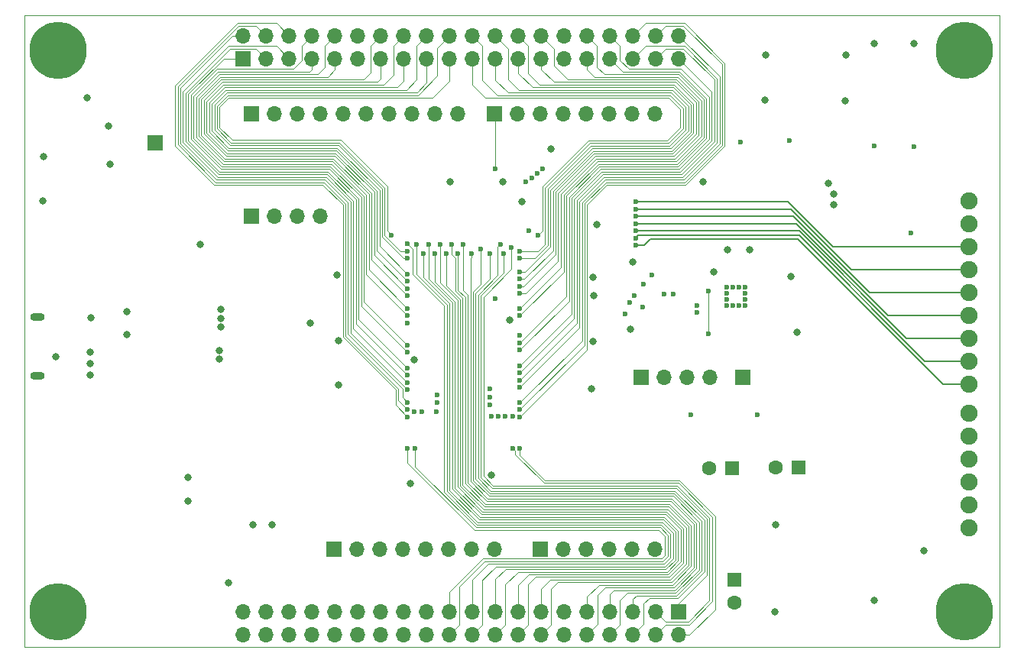
<source format=gbr>
G04 #@! TF.GenerationSoftware,KiCad,Pcbnew,5.1.4-e60b266~84~ubuntu16.04.1*
G04 #@! TF.CreationDate,2019-11-28T11:55:17+01:00*
G04 #@! TF.ProjectId,SRAM_board,5352414d-5f62-46f6-9172-642e6b696361,A*
G04 #@! TF.SameCoordinates,Original*
G04 #@! TF.FileFunction,Copper,L2,Inr*
G04 #@! TF.FilePolarity,Positive*
%FSLAX46Y46*%
G04 Gerber Fmt 4.6, Leading zero omitted, Abs format (unit mm)*
G04 Created by KiCad (PCBNEW 5.1.4-e60b266~84~ubuntu16.04.1) date 2019-11-28 11:55:17*
%MOMM*%
%LPD*%
G04 APERTURE LIST*
%ADD10C,0.050000*%
%ADD11C,6.350000*%
%ADD12R,1.600000X1.600000*%
%ADD13C,1.600000*%
%ADD14R,1.700000X1.700000*%
%ADD15O,1.700000X1.700000*%
%ADD16O,1.600000X0.900000*%
%ADD17C,1.900000*%
%ADD18C,0.600000*%
%ADD19C,0.800000*%
%ADD20C,0.152400*%
%ADD21C,0.088900*%
G04 APERTURE END LIST*
D10*
X104280000Y66110000D02*
X104280000Y66030000D01*
X104280000Y-3885000D02*
X104280000Y-3800000D01*
X-3720000Y-3800000D02*
X-3720000Y-3885000D01*
X-3720000Y66030000D02*
X-3720000Y66110000D01*
X104280000Y-3800000D02*
X104280000Y66030000D01*
X-3720000Y-3885000D02*
X104280000Y-3885000D01*
X-3720000Y66110000D02*
X104280000Y66110000D01*
X-3720000Y-3800000D02*
X-3720000Y66030000D01*
D11*
X100440000Y62230000D03*
X100440000Y0D03*
X0Y62230000D03*
X0Y0D03*
D12*
X74879200Y3530600D03*
D13*
X74879200Y1030600D03*
X79516600Y16017240D03*
D12*
X82016600Y16017240D03*
X74655680Y15930880D03*
D13*
X72155680Y15930880D03*
D14*
X48370000Y55250000D03*
D15*
X50910000Y55250000D03*
X53450000Y55250000D03*
X55990000Y55250000D03*
X58530000Y55250000D03*
X61070000Y55250000D03*
X63610000Y55250000D03*
X66150000Y55250000D03*
D14*
X53450000Y6990000D03*
D15*
X55990000Y6990000D03*
X58530000Y6990000D03*
X61070000Y6990000D03*
X63610000Y6990000D03*
X66150000Y6990000D03*
D14*
X21450000Y55250000D03*
D15*
X23990000Y55250000D03*
X26530000Y55250000D03*
X29070000Y55250000D03*
X31610000Y55250000D03*
X34150000Y55250000D03*
X36690000Y55250000D03*
X39230000Y55250000D03*
X41770000Y55250000D03*
X44310000Y55250000D03*
X48370000Y6990000D03*
X45830000Y6990000D03*
X43290000Y6990000D03*
X40750000Y6990000D03*
X38210000Y6990000D03*
X35670000Y6990000D03*
X33130000Y6990000D03*
D14*
X30590000Y6990000D03*
X10706100Y51981100D03*
X64566800Y26009600D03*
D15*
X67106800Y26009600D03*
X69646800Y26009600D03*
X72186800Y26009600D03*
D14*
X75844400Y26009600D03*
D15*
X68760000Y63880000D03*
X68760000Y61340000D03*
X66220000Y63880000D03*
X66220000Y61340000D03*
X63680000Y63880000D03*
X63680000Y61340000D03*
X61140000Y63880000D03*
X61140000Y61340000D03*
X58600000Y63880000D03*
X58600000Y61340000D03*
X56060000Y63880000D03*
X56060000Y61340000D03*
X53520000Y63880000D03*
X53520000Y61340000D03*
X50980000Y63880000D03*
X50980000Y61340000D03*
X48440000Y63880000D03*
X48440000Y61340000D03*
X45900000Y63880000D03*
X45900000Y61340000D03*
X43360000Y63880000D03*
X43360000Y61340000D03*
X40820000Y63880000D03*
X40820000Y61340000D03*
X38280000Y63880000D03*
X38280000Y61340000D03*
X35740000Y63880000D03*
X35740000Y61340000D03*
X33200000Y63880000D03*
X33200000Y61340000D03*
X30660000Y63880000D03*
X30660000Y61340000D03*
X28120000Y63880000D03*
X28120000Y61340000D03*
X25580000Y63880000D03*
X25580000Y61340000D03*
X23040000Y63880000D03*
X23040000Y61340000D03*
X20500000Y63880000D03*
D14*
X20500000Y61340000D03*
X68760000Y0D03*
D15*
X68760000Y-2540000D03*
X66220000Y0D03*
X66220000Y-2540000D03*
X63680000Y0D03*
X63680000Y-2540000D03*
X61140000Y0D03*
X61140000Y-2540000D03*
X58600000Y0D03*
X58600000Y-2540000D03*
X56060000Y0D03*
X56060000Y-2540000D03*
X53520000Y0D03*
X53520000Y-2540000D03*
X50980000Y0D03*
X50980000Y-2540000D03*
X48440000Y0D03*
X48440000Y-2540000D03*
X45900000Y0D03*
X45900000Y-2540000D03*
X43360000Y0D03*
X43360000Y-2540000D03*
X40820000Y0D03*
X40820000Y-2540000D03*
X38280000Y0D03*
X38280000Y-2540000D03*
X35740000Y0D03*
X35740000Y-2540000D03*
X33200000Y0D03*
X33200000Y-2540000D03*
X30660000Y0D03*
X30660000Y-2540000D03*
X28120000Y0D03*
X28120000Y-2540000D03*
X25580000Y0D03*
X25580000Y-2540000D03*
X23040000Y0D03*
X23040000Y-2540000D03*
X20500000Y0D03*
X20500000Y-2540000D03*
D16*
X-2286000Y32733520D03*
X-2286000Y26133520D03*
D17*
X100939600Y25247600D03*
X100939600Y27787600D03*
X100939600Y30327600D03*
X100939600Y32867600D03*
X100939600Y35407600D03*
X100939600Y37947600D03*
X100939600Y40487600D03*
X100939600Y43027600D03*
X100939600Y45567600D03*
X100939600Y22009100D03*
X100939600Y19469100D03*
X100939600Y16929100D03*
X100939600Y14389100D03*
X100939600Y11849100D03*
X100939600Y9309100D03*
D15*
X29006800Y43853100D03*
X26466800Y43853100D03*
X23926800Y43853100D03*
D14*
X21386800Y43853100D03*
D18*
X76098400Y33985200D03*
X75412600Y33985200D03*
X74752200Y33985200D03*
X74091800Y33985200D03*
X76098400Y34645600D03*
X74091800Y34645600D03*
X74091800Y35306000D03*
X76098400Y35306000D03*
X76098400Y36017200D03*
X75412600Y36017200D03*
X74752200Y36017200D03*
X74091800Y36017200D03*
D19*
X51384200Y45491400D03*
X49225200Y47675800D03*
X43383200Y47675800D03*
X59261150Y37109400D03*
X59309000Y35052000D03*
X59080400Y24765000D03*
X38989000Y14249400D03*
X48006000Y15189200D03*
X30883330Y37388800D03*
X31031959Y30085162D03*
X31038800Y25120600D03*
X59283600Y29946600D03*
X79400400Y0D03*
X79476600Y9702800D03*
X90449400Y1295400D03*
X95935800Y6756400D03*
X7594600Y33248600D03*
X7594600Y30708600D03*
X3657600Y32613600D03*
X3530600Y26263600D03*
X-279400Y28295600D03*
X3530600Y28803600D03*
X3530600Y27533600D03*
X27914600Y31978600D03*
X18008600Y32486600D03*
X18009278Y33497979D03*
X17881600Y28930600D03*
X17881600Y28041600D03*
X15722600Y40741600D03*
D18*
X94462600Y42011600D03*
D19*
X63411100Y31343600D03*
X63665100Y38773100D03*
D18*
X65760600Y37312600D03*
X67094100Y35217100D03*
X68110100Y35217100D03*
X64744600Y33756600D03*
D19*
X-1676400Y45567600D03*
X3213100Y56997600D03*
X5562600Y53822600D03*
D18*
X70104000Y21844000D03*
X77470000Y21844000D03*
D19*
X78333600Y56743600D03*
X78384400Y61772800D03*
X87274400Y61722000D03*
X87223600Y56642000D03*
X90373200Y62992000D03*
X94792800Y62992000D03*
X85293200Y47548800D03*
X71424800Y47650400D03*
X72593200Y37719000D03*
X81864200Y30962600D03*
X81203800Y37160200D03*
X74193400Y40132040D03*
X76606400Y40132040D03*
X18008600Y31597600D03*
X50012600Y32359600D03*
X39408100Y27914600D03*
X23698200Y9652000D03*
X21615400Y9626600D03*
X14401800Y14909800D03*
X14401800Y12319000D03*
X18897600Y3200400D03*
D18*
X81026000Y52222400D03*
X53043507Y48599742D03*
X75590400Y52120800D03*
X53685545Y49077016D03*
X51155600Y30619603D03*
X63982600Y40640582D03*
X63982600Y41440585D03*
X63982600Y42240588D03*
X63982600Y43040591D03*
X63982600Y43840594D03*
X63982600Y44640597D03*
X63982600Y45440600D03*
D19*
X-1651000Y50444400D03*
D18*
X70755685Y33993915D03*
D19*
X54584600Y51333400D03*
X59664600Y42951400D03*
X85902800Y46329600D03*
X5765800Y49606200D03*
D18*
X70765368Y33193971D03*
D19*
X85928200Y45161200D03*
D18*
X94792800Y51562000D03*
X51765200Y47650400D03*
X90373200Y51663600D03*
X52451196Y48061997D03*
X62776100Y33058100D03*
X63347600Y34328100D03*
X63855600Y35026600D03*
X64808100Y36296600D03*
X72034400Y35534600D03*
X72034400Y30835600D03*
X38709600Y21615594D03*
X53187600Y41757600D03*
X36931600Y41757600D03*
X51155600Y21615594D03*
X45821600Y39725600D03*
X46843625Y40227575D03*
X38709600Y29565600D03*
X51155600Y39979600D03*
X38709600Y28765597D03*
X51155600Y39179597D03*
X38709600Y27025600D03*
X51155600Y37693600D03*
X38709600Y26225597D03*
X51155600Y36893597D03*
X38709600Y25425594D03*
X51155600Y36093594D03*
X38709600Y24625591D03*
X51155600Y35293591D03*
X38709600Y23215600D03*
X51155600Y33629600D03*
X38709600Y22415597D03*
X51155600Y32829597D03*
X38709600Y32829597D03*
X51155600Y29819600D03*
X38709600Y33629600D03*
X51155600Y29019597D03*
X38709600Y35039591D03*
X51155600Y27279600D03*
X38709600Y35839594D03*
X51155600Y26479597D03*
X38709600Y36639597D03*
X51155600Y25679594D03*
X38709600Y37439600D03*
X51155600Y24879591D03*
X38709600Y39179597D03*
X51155600Y23215600D03*
X38709600Y39979600D03*
X51155600Y22415597D03*
X50237405Y40435539D03*
X49377600Y39725600D03*
X49001250Y40741600D03*
X47853600Y39725600D03*
X44842050Y40741600D03*
X43027600Y39725600D03*
X44297600Y39725600D03*
X41757600Y39725600D03*
X43572050Y40741600D03*
X42302050Y40741600D03*
X41032050Y40741600D03*
X40487600Y39725600D03*
X39725600Y40741600D03*
X38709600Y40779603D03*
X38709600Y18135600D03*
X39509603Y18135600D03*
X50355597Y18135600D03*
X51155600Y18135600D03*
X52171600Y42265600D03*
X38709600Y32029594D03*
X39479278Y22197424D03*
X40279276Y22199731D03*
X48412400Y49098200D03*
X48412400Y34696400D03*
X41879278Y22199613D03*
X42011600Y23215600D03*
X42011600Y24015603D03*
X47853600Y24739600D03*
X47853600Y23761603D03*
X47853600Y22961600D03*
X47959552Y21691588D03*
X48759553Y21691653D03*
X49559554Y21691264D03*
X50359548Y21694996D03*
D20*
X63982600Y40640582D02*
X64897582Y40640582D01*
X65598601Y41341601D02*
X81924599Y41341601D01*
X64897582Y40640582D02*
X65598601Y41341601D01*
X98018600Y25247600D02*
X100939600Y25247600D01*
X81924599Y41341601D02*
X98018600Y25247600D01*
X82081706Y41740584D02*
X96034690Y27787600D01*
X64282599Y41740584D02*
X82081706Y41740584D01*
X96034690Y27787600D02*
X100939600Y27787600D01*
X63982600Y41440585D02*
X64282599Y41740584D01*
X93993072Y30327600D02*
X100939600Y30327600D01*
X82080085Y42240588D02*
X93993072Y30327600D01*
X63982600Y42240588D02*
X82080085Y42240588D01*
X81778463Y43040591D02*
X91951454Y32867600D01*
X91951454Y32867600D02*
X100939600Y32867600D01*
X63982600Y43040591D02*
X81778463Y43040591D01*
X89909836Y35407600D02*
X100939600Y35407600D01*
X81476842Y43840594D02*
X89909836Y35407600D01*
X63982600Y43840594D02*
X81476842Y43840594D01*
X87868218Y37947600D02*
X100939600Y37947600D01*
X81175221Y44640597D02*
X87868218Y37947600D01*
X63982600Y44640597D02*
X81175221Y44640597D01*
X63982600Y45440600D02*
X80873600Y45440600D01*
X85826600Y40487600D02*
X100939600Y40487600D01*
X80873600Y45440600D02*
X85826600Y40487600D01*
D21*
X70789800Y34028030D02*
X70755685Y33993915D01*
X72034400Y35534600D02*
X72034400Y30835600D01*
X31527780Y45129420D02*
X29311600Y47345600D01*
X31527780Y30496840D02*
X31527780Y45129420D01*
X37404690Y24619930D02*
X31527780Y30496840D01*
X38709600Y21615594D02*
X37404690Y22920504D01*
X37404690Y22920504D02*
X37404690Y24619930D01*
X29311600Y47345600D02*
X19659600Y47345600D01*
X17285734Y47345606D02*
X12950870Y51680470D01*
X19659600Y47345600D02*
X17285734Y47345606D01*
X12950870Y51680470D02*
X12950870Y55981600D01*
X17285740Y47345600D02*
X12950870Y51680470D01*
X29311600Y47345600D02*
X17285740Y47345600D01*
X19854993Y65263361D02*
X23585839Y65263361D01*
X12950871Y58359239D02*
X19854993Y65263361D01*
X12950870Y55981600D02*
X12950871Y58359239D01*
X24196639Y65263361D02*
X25580000Y63880000D01*
X19854993Y65263361D02*
X24196639Y65263361D01*
X47345600Y56997600D02*
X45900000Y58443200D01*
X67665600Y56997600D02*
X47345600Y56997600D01*
X45900000Y58443200D02*
X45900000Y61340000D01*
X68935600Y55727600D02*
X67665600Y56997600D01*
X68935600Y53695600D02*
X68935600Y55727600D01*
X67497070Y52257070D02*
X68935600Y53695600D01*
X58773210Y52257070D02*
X67497070Y52257070D01*
X53660690Y45059600D02*
X53660696Y47144556D01*
X53660696Y47144556D02*
X58773210Y52257070D01*
X53187600Y41757600D02*
X53660690Y42230690D01*
X53660690Y42230690D02*
X53660690Y45059600D01*
X41503600Y56997600D02*
X43360000Y58854000D01*
X18897600Y56997600D02*
X41503600Y56997600D01*
X19265960Y52311240D02*
X17881600Y53695600D01*
X36931600Y41757600D02*
X36458510Y42230690D01*
X43360000Y58854000D02*
X43360000Y61340000D01*
X36458510Y42230690D02*
X36458510Y47144550D01*
X17881600Y53695600D02*
X17881600Y55981600D01*
X36458510Y47144550D02*
X31291820Y52311240D01*
X17881600Y55981600D02*
X18897600Y56997600D01*
X31291820Y52311240D02*
X19265960Y52311240D01*
X58616700Y29076694D02*
X58616700Y45154700D01*
X51155600Y21615594D02*
X58616700Y29076694D01*
X58616700Y45154700D02*
X60807600Y47345600D01*
X60807600Y47345600D02*
X69531451Y47345600D01*
X69531451Y47345600D02*
X73847058Y51661207D01*
X73847057Y60821311D02*
X69405007Y65263361D01*
X73847058Y51661207D02*
X73847057Y60821311D01*
X65063361Y65263361D02*
X63680000Y63880000D01*
X69405007Y65263361D02*
X65063361Y65263361D01*
X61140000Y0D02*
X61140000Y1958000D01*
X61140000Y1958000D02*
X61569600Y2387600D01*
X45672331Y14463969D02*
X47588700Y12547600D01*
X45672330Y39179122D02*
X45672331Y14463969D01*
X57117271Y12547599D02*
X67996572Y12547579D01*
X67996572Y12547579D02*
X70711362Y9832780D01*
X45821600Y39328392D02*
X45672330Y39179122D01*
X45821600Y39725600D02*
X45821600Y39328392D01*
X47588700Y12547600D02*
X57117271Y12547599D01*
X70711362Y9832780D02*
X70711360Y4815040D01*
X70711360Y4815040D02*
X68283920Y2387600D01*
X68283920Y2387600D02*
X61569600Y2387600D01*
X46843625Y40227575D02*
X46843625Y36330205D01*
X47698740Y12846140D02*
X68106591Y12846140D01*
X71000269Y4695369D02*
X68403590Y2098690D01*
X46843625Y36330205D02*
X45961240Y35447820D01*
X68403590Y2098690D02*
X63058690Y2098690D01*
X45961240Y35447820D02*
X45961240Y14583640D01*
X68106591Y12846140D02*
X71000269Y9952451D01*
X45961240Y14583640D02*
X47698740Y12846140D01*
X71000269Y9952451D02*
X71000269Y4695369D01*
X63058690Y2098690D02*
X62839600Y1879600D01*
X62234451Y1274451D02*
X62839600Y1879600D01*
X62234451Y-1445549D02*
X62234451Y1274451D01*
X61140000Y-2540000D02*
X62234451Y-1445549D01*
X62839600Y1879600D02*
X62585549Y1625549D01*
X38709600Y29565600D02*
X33848690Y34426510D01*
X33848690Y46077150D02*
X30259330Y49666510D01*
X33848690Y34426510D02*
X33848690Y46077150D01*
X30259330Y49666510D02*
X19659600Y49666510D01*
X19659600Y49666510D02*
X18233466Y49666514D01*
X18233466Y49666514D02*
X15271780Y52628200D01*
X15271780Y52628200D02*
X15271780Y55981600D01*
X15271781Y57049001D02*
X17820570Y59597790D01*
X15271780Y55981600D02*
X15271781Y57049001D01*
X29565549Y62785549D02*
X30660000Y63880000D01*
X29565549Y60419929D02*
X29565549Y62785549D01*
X28743410Y59597790D02*
X29565549Y60419929D01*
X17820570Y59597790D02*
X28743410Y59597790D01*
X53949600Y40741600D02*
X53949600Y45059600D01*
X53187600Y39979600D02*
X53949600Y40741600D01*
X51155600Y39979600D02*
X53187600Y39979600D01*
X53949605Y47024885D02*
X58892880Y51968160D01*
X53949600Y45059600D02*
X53949605Y47024885D01*
X58892880Y51968160D02*
X64109600Y51968160D01*
X69224510Y53575930D02*
X69224509Y55847271D01*
X67616741Y51968161D02*
X69224510Y53575930D01*
X69224509Y55847271D02*
X67785270Y57286510D01*
X64109600Y51968160D02*
X67616741Y51968161D01*
X46994451Y62785549D02*
X45900000Y63880000D01*
X46994451Y58942569D02*
X46994451Y62785549D01*
X48650510Y57286510D02*
X46994451Y58942569D01*
X67785270Y57286510D02*
X48650510Y57286510D01*
X38709600Y28765597D02*
X33559780Y33915417D01*
X33559780Y33915417D02*
X33559780Y44805600D01*
X33559779Y45957481D02*
X30139660Y49377600D01*
X33559780Y44805600D02*
X33559779Y45957481D01*
X30139660Y49377600D02*
X19659600Y49377600D01*
X19659600Y49377600D02*
X18113795Y49377605D01*
X18113795Y49377605D02*
X14982870Y52508530D01*
X14982870Y52508530D02*
X14982870Y55981600D01*
X14982872Y57168672D02*
X17700900Y59886700D01*
X14982870Y55981600D02*
X14982872Y57168672D01*
X27882700Y59886700D02*
X28041600Y60045600D01*
X28120000Y60137919D02*
X28120000Y61340000D01*
X27868781Y59886700D02*
X28120000Y60137919D01*
X26866700Y59886700D02*
X27868781Y59886700D01*
X26866700Y59886700D02*
X27882700Y59886700D01*
X17700900Y59886700D02*
X26866700Y59886700D01*
X54238510Y40621930D02*
X54238510Y45059600D01*
X52796177Y39179597D02*
X54238510Y40621930D01*
X51155600Y39179597D02*
X52796177Y39179597D01*
X54238514Y46905214D02*
X59012550Y51679250D01*
X54238510Y45059600D02*
X54238514Y46905214D01*
X59012550Y51679250D02*
X67736410Y51679250D01*
X69513418Y55966942D02*
X67904940Y57575420D01*
X69513419Y53456261D02*
X69513418Y55966942D01*
X67736410Y51679250D02*
X69513419Y53456261D01*
X48440000Y58951200D02*
X48440000Y61340000D01*
X67904940Y57575420D02*
X49815780Y57575420D01*
X49815780Y57575420D02*
X48440000Y58951200D01*
X38709600Y27025600D02*
X33270870Y32464330D01*
X33270870Y32464330D02*
X33270870Y45837810D01*
X33270870Y45837810D02*
X30029620Y49079060D01*
X30029620Y49079060D02*
X18003760Y49079060D01*
X18003760Y49079060D02*
X14693960Y52388860D01*
X14693960Y52388860D02*
X14693960Y55981600D01*
X14693963Y57288343D02*
X17581230Y60175610D01*
X14693960Y55981600D02*
X14693963Y57288343D01*
X17581230Y60175610D02*
X26035398Y60175610D01*
X27025549Y62785549D02*
X28120000Y63880000D01*
X26035398Y60175610D02*
X27025549Y61165761D01*
X27025549Y61165761D02*
X27025549Y62785549D01*
X54527420Y40502260D02*
X54527420Y45059600D01*
X51718760Y37693600D02*
X54527420Y40502260D01*
X51155600Y37693600D02*
X51718760Y37693600D01*
X54527423Y46785543D02*
X59132220Y51390340D01*
X54527420Y45059600D02*
X54527423Y46785543D01*
X59132220Y51390340D02*
X64109600Y51390340D01*
X69802327Y56086613D02*
X68024610Y57864330D01*
X67856081Y51390341D02*
X69802328Y53336592D01*
X69802328Y53336592D02*
X69802327Y56086613D01*
X64109600Y51390340D02*
X67856081Y51390341D01*
X49885549Y62434451D02*
X48440000Y63880000D01*
X49885549Y59029651D02*
X49885549Y62434451D01*
X51050870Y57864330D02*
X49885549Y59029651D01*
X68024610Y57864330D02*
X51050870Y57864330D01*
X38709600Y26225597D02*
X32981960Y31953237D01*
X32981958Y44945242D02*
X32981958Y45718142D01*
X32981960Y44945240D02*
X32981958Y44945242D01*
X32981960Y31953237D02*
X32981960Y44945240D01*
X32981958Y45718142D02*
X29909950Y48790150D01*
X29909950Y48790150D02*
X19739050Y48790150D01*
X19739050Y48790150D02*
X17884089Y48790151D01*
X19739050Y48790150D02*
X19659600Y48790150D01*
X17884089Y48790151D02*
X14405050Y52269190D01*
X14405050Y52269190D02*
X14405050Y55981600D01*
X14405054Y57408014D02*
X18337040Y61340000D01*
X14405050Y55981600D02*
X14405054Y57408014D01*
X18337040Y61340000D02*
X20500000Y61340000D01*
X54816330Y40382590D02*
X54816330Y45059600D01*
X54816329Y40084329D02*
X54816330Y40382590D01*
X51625597Y36893597D02*
X54816329Y40084329D01*
X51155600Y36893597D02*
X51625597Y36893597D01*
X54816332Y46665872D02*
X59251890Y51101430D01*
X54816330Y45059600D02*
X54816332Y46665872D01*
X59251890Y51101430D02*
X67975744Y51101430D01*
X70091236Y56206284D02*
X68144280Y58153240D01*
X67975744Y51101430D02*
X70091237Y53216923D01*
X70091237Y53216923D02*
X70091236Y56206284D01*
X52565240Y58153240D02*
X50980000Y59738480D01*
X50980000Y59738480D02*
X50980000Y61340000D01*
X68144280Y58153240D02*
X52565240Y58153240D01*
X32693050Y31442144D02*
X32693050Y44805600D01*
X38709600Y25425594D02*
X32693050Y31442144D01*
X32693050Y44805600D02*
X32693049Y45598471D01*
X32693049Y45598471D02*
X29790280Y48501240D01*
X29790280Y48501240D02*
X19659600Y48501240D01*
X17764418Y48501242D02*
X14116140Y52149520D01*
X19659600Y48501240D02*
X17764418Y48501242D01*
X14116140Y52149520D02*
X14116140Y55981600D01*
X19022911Y62434451D02*
X21588749Y62434451D01*
X14116145Y57527685D02*
X19022911Y62434451D01*
X14116140Y55981600D02*
X14116145Y57527685D01*
X21945549Y62434451D02*
X23040000Y61340000D01*
X19022911Y62434451D02*
X21945549Y62434451D01*
X55105240Y39611240D02*
X55105240Y45059600D01*
X51587594Y36093594D02*
X55105240Y39611240D01*
X51155600Y36093594D02*
X51587594Y36093594D01*
X55105241Y46546201D02*
X59371560Y50812520D01*
X55105240Y45059600D02*
X55105241Y46546201D01*
X68095415Y50812521D02*
X70380146Y53097254D01*
X64020520Y50812520D02*
X68095415Y50812521D01*
X59371560Y50812520D02*
X64020520Y50812520D01*
X64020520Y50812520D02*
X64109600Y50812520D01*
X70380146Y53097254D02*
X70380145Y56325955D01*
X70380145Y56325955D02*
X68263950Y58442150D01*
X52074451Y62785549D02*
X50980000Y63880000D01*
X52074451Y59729849D02*
X52074451Y62785549D01*
X53362150Y58442150D02*
X52074451Y59729849D01*
X68263950Y58442150D02*
X53362150Y58442150D01*
X38709600Y24625591D02*
X32404140Y30931051D01*
X32404140Y45478800D02*
X29670610Y48212330D01*
X32404140Y30931051D02*
X32404140Y45478800D01*
X29670610Y48212330D02*
X19659600Y48212330D01*
X19659600Y48212330D02*
X17644747Y48212333D01*
X17644747Y48212333D02*
X13817600Y52039480D01*
X13817600Y55727600D02*
X13827230Y55737230D01*
X13817600Y52039480D02*
X13817600Y55727600D01*
X13827230Y55737230D02*
X13827230Y57647350D01*
X18903241Y62723361D02*
X23839839Y62723361D01*
X13827230Y57647350D02*
X18903241Y62723361D01*
X24196639Y62723361D02*
X25580000Y61340000D01*
X18903241Y62723361D02*
X24196639Y62723361D01*
X55394150Y38884150D02*
X55394150Y46426530D01*
X51803591Y35293591D02*
X55394150Y38884150D01*
X51155600Y35293591D02*
X51803591Y35293591D01*
X55394150Y46426530D02*
X59491230Y50523610D01*
X59491230Y50523610D02*
X68215084Y50523610D01*
X68215084Y50523610D02*
X70669055Y52977585D01*
X70669055Y52977585D02*
X70669054Y56445626D01*
X70669054Y56445626D02*
X68383620Y58731060D01*
X53520000Y60137919D02*
X53520000Y61340000D01*
X54926859Y58731060D02*
X53520000Y60137919D01*
X68383620Y58731060D02*
X54926859Y58731060D01*
X38165149Y24761462D02*
X32105600Y30821011D01*
X38165149Y23760051D02*
X38165149Y24761462D01*
X38709600Y23215600D02*
X38165149Y23760051D01*
X32105600Y30821011D02*
X32105600Y45368760D01*
X32105600Y45368760D02*
X29550940Y47923420D01*
X29550940Y47923420D02*
X19659600Y47923420D01*
X13528690Y51919810D02*
X13528690Y55847270D01*
X17525076Y47923424D02*
X13528690Y51919810D01*
X19659600Y47923420D02*
X17525076Y47923424D01*
X13528690Y55847270D02*
X13538320Y55856900D01*
X13538320Y55856900D02*
X13538320Y55981600D01*
X13538320Y55981600D02*
X13538321Y57767021D01*
X19297919Y63880000D02*
X20500000Y63880000D01*
X13538321Y58120402D02*
X19297919Y63880000D01*
X13538321Y57767021D02*
X13538321Y58120402D01*
X51155600Y33629600D02*
X55727600Y38201600D01*
X55727600Y38201600D02*
X55727600Y38963600D01*
X55727600Y38809020D02*
X55727600Y38963600D01*
X55727600Y38963600D02*
X55727600Y46351400D01*
X55727600Y46351400D02*
X59610900Y50234700D01*
X59610900Y50234700D02*
X64109600Y50234700D01*
X70957964Y52857916D02*
X70957963Y56565297D01*
X68334755Y50234701D02*
X70957964Y52857916D01*
X64109600Y50234700D02*
X68334755Y50234701D01*
X70957963Y56565297D02*
X68503290Y59019970D01*
X54965549Y62434451D02*
X53520000Y63880000D01*
X54965549Y60534391D02*
X54965549Y62434451D01*
X56479970Y59019970D02*
X54965549Y60534391D01*
X68503290Y59019970D02*
X56479970Y59019970D01*
X19659600Y47634510D02*
X17405405Y47634515D01*
X17405405Y47634515D02*
X13239780Y51800140D01*
X13239780Y51800140D02*
X13239780Y55966940D01*
X29431270Y47634510D02*
X19659600Y47634510D01*
X31816690Y44805600D02*
X31816689Y45249091D01*
X31816689Y45249091D02*
X29431270Y47634510D01*
X37693600Y24739600D02*
X31816690Y30616510D01*
X31816690Y30616510D02*
X31816690Y44805600D01*
X37693600Y23431597D02*
X37693600Y24739600D01*
X38709600Y22415597D02*
X37693600Y23431597D01*
X13239780Y55966940D02*
X13239782Y55966942D01*
X19974663Y64974451D02*
X21588749Y64974451D01*
X13239780Y58239568D02*
X19974663Y64974451D01*
X13239780Y55966940D02*
X13239780Y58239568D01*
X21945549Y64974451D02*
X23040000Y63880000D01*
X19974663Y64974451D02*
X21945549Y64974451D01*
X56016510Y38689350D02*
X56016510Y45856510D01*
X56016509Y37690506D02*
X56016510Y38689350D01*
X51155600Y32829597D02*
X56016509Y37690506D01*
X56016512Y45856512D02*
X56016514Y46231734D01*
X56016510Y45856510D02*
X56016512Y45856512D01*
X56016514Y46231734D02*
X59730570Y49945790D01*
X68454426Y49945793D02*
X71246873Y52738247D01*
X64049410Y49945790D02*
X64109600Y49945790D01*
X59730570Y49945790D02*
X64049410Y49945790D01*
X64049410Y49945790D02*
X68454422Y49945790D01*
X68454422Y49945790D02*
X68454426Y49945793D01*
X71246873Y52738247D02*
X71246872Y56684968D01*
X71246872Y56684968D02*
X68622960Y59308880D01*
X60578880Y59308880D02*
X59512320Y59308880D01*
X68622960Y59308880D02*
X60578880Y59308880D01*
X60578880Y59308880D02*
X59429039Y59308880D01*
X58600000Y60137919D02*
X58600000Y61340000D01*
X59429039Y59308880D02*
X58600000Y60137919D01*
X38709600Y32829597D02*
X34137600Y37401597D01*
X34137600Y37401597D02*
X34137600Y44805600D01*
X34137599Y46196821D02*
X30379000Y49955420D01*
X34137600Y44805600D02*
X34137599Y46196821D01*
X19729420Y49955420D02*
X18353137Y49955423D01*
X30379000Y49955420D02*
X19729420Y49955420D01*
X19729420Y49955420D02*
X19659600Y49955420D01*
X18353137Y49955423D02*
X15560690Y52747870D01*
X15560690Y52747870D02*
X15560690Y56929330D01*
X15560690Y56929330D02*
X17940240Y59308880D01*
X17940240Y59308880D02*
X29844880Y59308880D01*
X30660000Y60124000D02*
X30660000Y61340000D01*
X29844880Y59308880D02*
X30660000Y60124000D01*
X56305420Y37115780D02*
X56305420Y45567600D01*
X51155600Y29819600D02*
X56305420Y34969420D01*
X56305420Y34969420D02*
X56305420Y37115780D01*
X56305420Y37001420D02*
X56305420Y37115780D01*
X56305423Y46112063D02*
X59850240Y49656880D01*
X56305420Y45567600D02*
X56305423Y46112063D01*
X59850240Y49656880D02*
X68574092Y49656880D01*
X71535782Y52618571D02*
X71535781Y56804639D01*
X68574092Y49656880D02*
X71535782Y52618571D01*
X71535781Y56804639D02*
X68742630Y59597790D01*
X59694451Y60396749D02*
X59694451Y62428749D01*
X60493410Y59597790D02*
X59694451Y60396749D01*
X59694451Y62785549D02*
X58600000Y63880000D01*
X59694451Y61165761D02*
X59694451Y62785549D01*
X68742630Y59597790D02*
X60493410Y59597790D01*
X38709600Y33629600D02*
X34436140Y37903060D01*
X34436140Y46306860D02*
X30498670Y50244330D01*
X34436140Y37903060D02*
X34436140Y46306860D01*
X30498670Y50244330D02*
X19659600Y50244330D01*
X19659600Y50244330D02*
X18472808Y50244332D01*
X18472808Y50244332D02*
X15849600Y52867540D01*
X15849600Y52867540D02*
X15849600Y56809660D01*
X15859236Y56809660D02*
X15859237Y56819297D01*
X15849600Y56809660D02*
X15859236Y56809660D01*
X15859237Y56819297D02*
X18059910Y59019970D01*
X18059910Y59019970D02*
X33873970Y59019970D01*
X34645549Y59791549D02*
X34645549Y62331549D01*
X34645549Y62785549D02*
X35740000Y63880000D01*
X34645549Y59791549D02*
X34645549Y62785549D01*
X33873970Y59019970D02*
X34645549Y59791549D01*
X56594330Y34458327D02*
X56594330Y45567600D01*
X51155600Y29019597D02*
X56594330Y34458327D01*
X56594332Y45992392D02*
X59969910Y49367970D01*
X56594330Y45567600D02*
X56594332Y45992392D01*
X59969910Y49367970D02*
X64109600Y49367970D01*
X68693763Y49367971D02*
X71824691Y52498902D01*
X64109600Y49367970D02*
X68693763Y49367971D01*
X71824691Y52498902D02*
X71824690Y56924310D01*
X71824690Y56924310D02*
X68862300Y59886700D01*
X62593300Y59886700D02*
X61140000Y61340000D01*
X68862300Y59886700D02*
X62593300Y59886700D01*
X16148141Y52977579D02*
X16148141Y55981600D01*
X18592479Y50533241D02*
X16148141Y52977579D01*
X38709600Y35039591D02*
X34725050Y39024141D01*
X34725050Y39024141D02*
X34725049Y46426531D01*
X34725049Y46426531D02*
X30618340Y50533240D01*
X30618340Y50533240D02*
X18592479Y50533241D01*
X16148141Y55981600D02*
X16148146Y56699626D01*
X18179580Y58731060D02*
X35363060Y58731060D01*
X16148146Y56699626D02*
X18179580Y58731060D01*
X35363060Y58731060D02*
X35661600Y59029600D01*
X35740000Y59108000D02*
X35740000Y61340000D01*
X35363060Y58731060D02*
X35740000Y59108000D01*
X56883240Y33007240D02*
X56883240Y45567600D01*
X51155600Y27279600D02*
X56883240Y33007240D01*
X56883241Y45872721D02*
X60089580Y49079060D01*
X56883240Y45567600D02*
X56883241Y45872721D01*
X60089580Y49079060D02*
X65081060Y49079060D01*
X65081062Y49079062D02*
X68813434Y49079062D01*
X65081060Y49079060D02*
X65081062Y49079062D01*
X68813434Y49079062D02*
X72113600Y52379233D01*
X72113600Y52379233D02*
X72113599Y57043981D01*
X72113599Y57043981D02*
X68981970Y60175610D01*
X63224602Y60175610D02*
X62331600Y61068612D01*
X62234451Y62785549D02*
X61140000Y63880000D01*
X68981970Y60175610D02*
X63224602Y60175610D01*
X62234451Y61165761D02*
X62234451Y62785549D01*
X63224602Y60175610D02*
X62234451Y61165761D01*
X18712150Y50822150D02*
X16437051Y53097249D01*
X38709600Y35839594D02*
X35013960Y39535234D01*
X35013960Y39535234D02*
X35013960Y46546200D01*
X16437051Y53097249D02*
X16437051Y55981600D01*
X35013960Y46546200D02*
X30738010Y50822150D01*
X30738010Y50822150D02*
X18712150Y50822150D01*
X16437055Y56579955D02*
X18299250Y58442150D01*
X16437051Y55981600D02*
X16437055Y56579955D01*
X37185549Y59537549D02*
X37185549Y62331549D01*
X36090150Y58442150D02*
X37185549Y59537549D01*
X37185549Y62785549D02*
X38280000Y63880000D01*
X37185549Y59632649D02*
X37185549Y62785549D01*
X18299250Y58442150D02*
X36090150Y58442150D01*
X51155600Y26479597D02*
X57172150Y32496147D01*
X57172150Y45753050D02*
X60209250Y48790150D01*
X57172150Y32496147D02*
X57172150Y45753050D01*
X60209250Y48790150D02*
X68933103Y48790150D01*
X68933103Y48790150D02*
X72402509Y52259564D01*
X72402509Y57697491D02*
X68760000Y61340000D01*
X72402509Y52259564D02*
X72402509Y57697491D01*
X35302870Y40046327D02*
X35302870Y44805600D01*
X38709600Y36639597D02*
X35302870Y40046327D01*
X35302870Y44805600D02*
X35302869Y46665871D01*
X35302869Y46665871D02*
X30813140Y51155600D01*
X30813140Y51155600D02*
X19659600Y51155600D01*
X19659600Y51155600D02*
X18787276Y51155604D01*
X16725960Y53216920D02*
X16725960Y55981600D01*
X18787276Y51155604D02*
X16725960Y53216920D01*
X16725960Y55981600D02*
X16725964Y56460284D01*
X16725964Y56460284D02*
X18418920Y58153240D01*
X18418920Y58153240D02*
X37579240Y58153240D01*
X38280000Y58854000D02*
X38280000Y61340000D01*
X37579240Y58153240D02*
X38280000Y58854000D01*
X57461060Y31985054D02*
X57461060Y45567600D01*
X51155600Y25679594D02*
X57461060Y31985054D01*
X57461061Y45633381D02*
X60328920Y48501240D01*
X57461060Y45567600D02*
X57461061Y45633381D01*
X60328920Y48501240D02*
X69052773Y48501240D01*
X72691419Y59028369D02*
X69285337Y62434451D01*
X69052773Y48501240D02*
X72691419Y52139886D01*
X72691419Y52139886D02*
X72691419Y59028369D01*
X67314451Y62434451D02*
X66220000Y61340000D01*
X68324749Y62434451D02*
X67314451Y62434451D01*
X69285337Y62434451D02*
X68324749Y62434451D01*
X68324749Y62434451D02*
X68022451Y62434451D01*
X38709600Y37439600D02*
X35591780Y40557420D01*
X35591780Y46785540D02*
X30932810Y51444510D01*
X35591780Y40557420D02*
X35591780Y46785540D01*
X30932810Y51444510D02*
X19659600Y51444510D01*
X18906947Y51444513D02*
X17014870Y53336590D01*
X19659600Y51444510D02*
X18906947Y51444513D01*
X17014870Y53336590D02*
X17014870Y55981600D01*
X17014873Y56340613D02*
X18538590Y57864330D01*
X17014870Y55981600D02*
X17014873Y56340613D01*
X18538590Y57864330D02*
X38560330Y57864330D01*
X38560330Y57864330D02*
X39471600Y58775600D01*
X39725549Y62785549D02*
X40820000Y63880000D01*
X39725549Y59029549D02*
X39725549Y62785549D01*
X38560330Y57864330D02*
X39725549Y59029549D01*
X57749970Y45313600D02*
X57749970Y45059600D01*
X57749970Y31473961D02*
X57749970Y45313600D01*
X51155600Y24879591D02*
X57749970Y31473961D01*
X57749970Y45513710D02*
X60448590Y48212330D01*
X57749970Y45313600D02*
X57749970Y45513710D01*
X60448590Y48212330D02*
X64109600Y48212330D01*
X69172444Y48212331D02*
X72980329Y52020216D01*
X64109600Y48212330D02*
X69172444Y48212331D01*
X72980328Y59148040D02*
X69405007Y62723361D01*
X72980329Y52020216D02*
X72980328Y59148040D01*
X66003839Y62723361D02*
X65063361Y62723361D01*
X65063361Y62723361D02*
X63680000Y61340000D01*
X69405007Y62723361D02*
X66003839Y62723361D01*
X66003839Y62723361D02*
X65263361Y62723361D01*
X39740260Y57575420D02*
X40741600Y58576760D01*
X35880690Y46905210D02*
X31052480Y51733420D01*
X18658260Y57575420D02*
X39740260Y57575420D01*
X35880690Y41584243D02*
X35880690Y46905210D01*
X31052480Y51733420D02*
X19659600Y51733420D01*
X19659600Y51733420D02*
X19026618Y51733422D01*
X38709600Y39179597D02*
X38285336Y39179597D01*
X17303780Y53456260D02*
X17303780Y55981600D01*
X19026618Y51733422D02*
X17303780Y53456260D01*
X38285336Y39179597D02*
X35880690Y41584243D01*
X17303782Y56220942D02*
X18658260Y57575420D01*
X17303780Y55981600D02*
X17303782Y56220942D01*
X40820000Y61340000D02*
X40820000Y58655160D01*
X40820000Y58655160D02*
X39740260Y57575420D01*
X66097181Y47923419D02*
X66097179Y47923422D01*
X51155600Y23215600D02*
X58038880Y30098880D01*
X58038882Y45394042D02*
X60568259Y47923419D01*
X58038880Y30098880D02*
X58038882Y45394042D01*
X60568259Y47923419D02*
X66097181Y47923419D01*
X66097181Y47923419D02*
X69292110Y47923419D01*
X73269238Y51900546D02*
X72812746Y51444054D01*
X68760000Y63880000D02*
X73269238Y59370762D01*
X69292110Y47923419D02*
X72812746Y51444054D01*
X73269238Y59370762D02*
X73269238Y51900546D01*
X72812746Y51444054D02*
X73269238Y51900547D01*
X42011600Y62531600D02*
X43360000Y63880000D01*
X42011600Y59438180D02*
X42011600Y62531600D01*
X36169600Y47024880D02*
X31172150Y52022330D01*
X39859930Y57286510D02*
X42011600Y59438180D01*
X37903812Y39979600D02*
X36169600Y41713812D01*
X36169600Y41713812D02*
X36169600Y47024880D01*
X38709600Y39979600D02*
X37903812Y39979600D01*
X18777930Y57286510D02*
X39859930Y57286510D01*
X31172150Y52022330D02*
X19146289Y52022331D01*
X19146289Y52022331D02*
X17592690Y53575930D01*
X17592690Y53575930D02*
X17592691Y56101271D01*
X17592691Y56101271D02*
X18777930Y57286510D01*
X58327790Y45074260D02*
X58327790Y45059600D01*
X58327790Y29587787D02*
X58327790Y45074260D01*
X51155600Y22415597D02*
X58327790Y29587787D01*
X58327790Y45074260D02*
X58327791Y45274371D01*
X58327791Y45274371D02*
X60687930Y47634510D01*
X60687930Y47634510D02*
X64109600Y47634510D01*
X69411782Y47634511D02*
X73558148Y51780877D01*
X64109600Y47634510D02*
X69411782Y47634511D01*
X73558148Y60701640D02*
X69285337Y64974451D01*
X73558148Y51780877D02*
X73558148Y60701640D01*
X68022451Y64974451D02*
X67314451Y64974451D01*
X69285337Y64974451D02*
X68022451Y64974451D01*
X67314451Y64974451D02*
X66220000Y63880000D01*
X68022451Y64974451D02*
X67514451Y64974451D01*
X67314451Y-1094451D02*
X66220000Y0D01*
X50237405Y40435539D02*
X50237405Y38045405D01*
X50237405Y38045405D02*
X47116880Y34924880D01*
X47116880Y34924880D02*
X47116880Y15062320D01*
X47116880Y15062320D02*
X48177420Y14001780D01*
X48177420Y14001780D02*
X68585272Y14001779D01*
X72155907Y10431144D02*
X72155907Y1255895D01*
X68585272Y14001779D02*
X72155907Y10431144D01*
X72155907Y1255895D02*
X69805561Y-1094451D01*
X69805561Y-1094451D02*
X67314451Y-1094451D01*
X49377600Y39725600D02*
X49377600Y37594180D01*
X49377600Y37594180D02*
X46827970Y35044550D01*
X46827970Y35044550D02*
X46827970Y34645600D01*
X68760000Y942000D02*
X68760000Y0D01*
X71866997Y4048997D02*
X68760000Y942000D01*
X71866997Y10311474D02*
X71866997Y4048997D01*
X46827970Y34899600D02*
X46827971Y14942649D01*
X46827971Y14942649D02*
X48057750Y13712870D01*
X48057750Y13712870D02*
X68465601Y13712870D01*
X68465601Y13712870D02*
X71866997Y10311474D01*
X63680000Y-2540000D02*
X64871600Y-1348400D01*
X64871600Y-1348400D02*
X64871600Y-152400D01*
X64871600Y-152400D02*
X64871600Y-1168400D01*
X48701251Y40441601D02*
X49001250Y40741600D01*
X48701251Y37326411D02*
X46539061Y35164220D01*
X48701251Y40441601D02*
X48701251Y37326411D01*
X46539061Y35164220D02*
X46539061Y35019269D01*
X46539061Y35019269D02*
X46539062Y34391599D01*
X48701251Y39457831D02*
X48701251Y40441601D01*
X47938080Y13423960D02*
X46539060Y14822980D01*
X46539060Y14822980D02*
X46539061Y35153600D01*
X68345931Y13423960D02*
X47938080Y13423960D01*
X71578088Y10191790D02*
X68345931Y13423960D01*
X71578087Y4456027D02*
X71578088Y10191790D01*
X64871600Y-152400D02*
X64871600Y908140D01*
X64871600Y908140D02*
X65484330Y1520870D01*
X65484330Y1520870D02*
X68642930Y1520870D01*
X68642930Y1520870D02*
X71578087Y4456027D01*
X68764340Y2050860D02*
X68523260Y1809780D01*
X68523260Y1809780D02*
X64039780Y1809780D01*
X68764340Y2050860D02*
X68681600Y1968120D01*
X63680000Y1450000D02*
X64039780Y1809780D01*
X63680000Y0D02*
X63680000Y1450000D01*
X71289178Y4575698D02*
X68764340Y2050860D01*
X71289179Y10072121D02*
X71289178Y4575698D01*
X68226261Y13135050D02*
X71289179Y10072121D01*
X47853600Y39725600D02*
X47853600Y36931600D01*
X47853600Y36931600D02*
X46250150Y35328150D01*
X47818410Y13135050D02*
X68226261Y13135050D01*
X46250150Y35328150D02*
X46250151Y14703309D01*
X46250151Y14703309D02*
X47818410Y13135050D01*
X44842050Y35694970D02*
X44842050Y40741600D01*
X45383420Y35153600D02*
X44842050Y35694970D01*
X45383420Y14344300D02*
X45383420Y35153600D01*
X45383420Y14344300D02*
X47469030Y12258690D01*
X47469030Y12258690D02*
X56997600Y12258690D01*
X67876901Y12258671D02*
X70422452Y9713110D01*
X56997600Y12258690D02*
X67876901Y12258671D01*
X70422452Y9713110D02*
X70422452Y5181600D01*
X68205279Y2717539D02*
X60629539Y2717539D01*
X70422451Y4934711D02*
X68205279Y2717539D01*
X70422452Y5181600D02*
X70422451Y4934711D01*
X59791600Y1879600D02*
X59791600Y-1168400D01*
X59791600Y1879600D02*
X60629539Y2717539D01*
X59791600Y-1348400D02*
X59791600Y1879600D01*
X58600000Y-2540000D02*
X59791600Y-1348400D01*
X43027600Y36149350D02*
X43027600Y39725600D01*
X44516690Y34660260D02*
X43027600Y36149350D01*
X44516690Y15341600D02*
X44516690Y34660260D01*
X44516691Y13985289D02*
X47110020Y11391960D01*
X44516690Y15341600D02*
X44516691Y13985289D01*
X47110020Y11391960D02*
X56997600Y11391960D01*
X67517888Y11391947D02*
X69555724Y9354102D01*
X56997600Y11391960D02*
X67517888Y11391947D01*
X67812909Y3584269D02*
X54511269Y3584269D01*
X69555723Y5327083D02*
X67812909Y3584269D01*
X53520000Y2593000D02*
X53520000Y0D01*
X54511269Y3584269D02*
X53520000Y2593000D01*
X69555723Y5327083D02*
X69555723Y5928723D01*
X69555724Y5928724D02*
X69555724Y5674724D01*
X69555723Y5928723D02*
X69555724Y5928724D01*
X69555724Y9354102D02*
X69555724Y5928724D01*
X44297600Y35696510D02*
X44297600Y39725600D01*
X45094510Y34899600D02*
X44297600Y35696510D01*
X45094510Y15341600D02*
X45094510Y34899600D01*
X45094511Y14224629D02*
X47349360Y11969780D01*
X45094510Y15341600D02*
X45094511Y14224629D01*
X47349360Y11969780D02*
X56997600Y11969780D01*
X67757230Y11969763D02*
X70133543Y9593441D01*
X56997600Y11969780D02*
X67757230Y11969763D01*
X70133543Y9593441D02*
X70133542Y5054382D01*
X68085609Y3006449D02*
X59902449Y3006449D01*
X70133542Y5054382D02*
X68085609Y3006449D01*
X58600000Y1680519D02*
X59902449Y2982968D01*
X58600000Y0D02*
X58600000Y1680519D01*
X59902449Y2982968D02*
X59902449Y3006449D01*
X41757600Y36602190D02*
X41757600Y39725600D01*
X43938870Y34420920D02*
X41757600Y36602190D01*
X43938870Y15341600D02*
X43938870Y34420920D01*
X43938871Y13745949D02*
X46870680Y10814140D01*
X43938870Y15341600D02*
X43938871Y13745949D01*
X43938870Y13745950D02*
X43938869Y34420921D01*
X46870680Y10814140D02*
X43938870Y13745950D01*
X68977906Y9114764D02*
X68977905Y5566425D01*
X56953060Y10814140D02*
X56997600Y10814140D01*
X46870680Y10814140D02*
X56953060Y10814140D01*
X56953060Y10814140D02*
X67278546Y10814131D01*
X68977905Y5566425D02*
X67573569Y4162089D01*
X67278546Y10814131D02*
X68977906Y9114764D01*
X67573569Y4162089D02*
X52168089Y4162089D01*
X50980000Y2974000D02*
X50980000Y0D01*
X52168089Y4162089D02*
X50980000Y2974000D01*
X43572050Y39645362D02*
X43572050Y40741600D01*
X44805600Y14104960D02*
X44805600Y34779930D01*
X44805600Y34779930D02*
X44008690Y35576840D01*
X44008690Y39208722D02*
X43572050Y39645362D01*
X44008690Y35576840D02*
X44008690Y39208722D01*
X44805600Y14104960D02*
X47229690Y11680870D01*
X47229690Y11680870D02*
X56997600Y11680870D01*
X56997600Y11680870D02*
X67637559Y11680855D01*
X67637559Y11680855D02*
X69844634Y9473772D01*
X69844634Y9473772D02*
X69844633Y5174053D01*
X67965939Y3295359D02*
X58883841Y3295359D01*
X69844633Y5174053D02*
X67965939Y3295359D01*
X58883841Y3295359D02*
X55365359Y3295359D01*
X58883841Y3295359D02*
X58775600Y3295359D01*
X54614451Y2544451D02*
X55219600Y3149600D01*
X54614451Y-1445549D02*
X54614451Y2544451D01*
X53520000Y-2540000D02*
X54614451Y-1445549D01*
X55365359Y3295359D02*
X55219600Y3149600D01*
X55219600Y3149600D02*
X54965549Y2895549D01*
X42302050Y36466320D02*
X42302050Y40741600D01*
X44227780Y34540590D02*
X42302050Y36466320D01*
X46990350Y11103050D02*
X44227780Y13865620D01*
X56997600Y11103050D02*
X46990350Y11103050D01*
X44227780Y13865620D02*
X44227780Y34540590D01*
X67398217Y11103039D02*
X56997600Y11103050D01*
X67693239Y3873179D02*
X69266814Y5446754D01*
X69266814Y5446754D02*
X69266815Y9234433D01*
X69266815Y9234433D02*
X67398217Y11103039D01*
X52074451Y3052451D02*
X52074451Y-1011549D01*
X67693239Y3873179D02*
X52895179Y3873179D01*
X52074451Y-1445549D02*
X50980000Y-2540000D01*
X52074451Y3052451D02*
X52074451Y-1445549D01*
X52895179Y3873179D02*
X52074451Y3052451D01*
X41032050Y36919160D02*
X41032050Y40741600D01*
X43649960Y34301250D02*
X41032050Y36919160D01*
X43649960Y13626280D02*
X43649960Y34301250D01*
X43649960Y13626280D02*
X46751010Y10525230D01*
X46751010Y10525230D02*
X56997600Y10525230D01*
X68688996Y5686096D02*
X67453899Y4450999D01*
X68688997Y8995095D02*
X68688996Y5686096D01*
X67158875Y10525223D02*
X68688997Y8995095D01*
X56997600Y10525230D02*
X67158875Y10525223D01*
X67453899Y4450999D02*
X50932999Y4450999D01*
X49534451Y-1445549D02*
X48440000Y-2540000D01*
X49534451Y3052451D02*
X49534451Y-1445549D01*
X50932999Y4450999D02*
X49534451Y3052451D01*
X40487600Y39725600D02*
X40487600Y37494760D01*
X43361050Y23379250D02*
X43361050Y23295050D01*
X43361050Y23295050D02*
X43361050Y15341600D01*
X40487600Y37055030D02*
X40487600Y39725600D01*
X43361050Y34181580D02*
X40487600Y37055030D01*
X43361050Y23295050D02*
X43361050Y34181580D01*
X43361051Y13506609D02*
X46631340Y10236320D01*
X43361050Y15341600D02*
X43361051Y13506609D01*
X46631340Y10236320D02*
X56997600Y10236320D01*
X68400088Y8875426D02*
X68400087Y5805767D01*
X68400087Y5805767D02*
X67334229Y4739909D01*
X67039204Y10236315D02*
X68400088Y8875426D01*
X56997600Y10236320D02*
X67039204Y10236315D01*
X67334229Y4739909D02*
X51475909Y4739909D01*
X51475909Y4739909D02*
X51409600Y4739909D01*
X48440000Y3614618D02*
X48440000Y0D01*
X49565291Y4739909D02*
X48440000Y3614618D01*
X51475909Y4739909D02*
X49565291Y4739909D01*
X39725600Y40741600D02*
X39725600Y37848180D01*
X43072140Y23259580D02*
X43072140Y23171060D01*
X43072140Y23171060D02*
X43072140Y13386940D01*
X39725600Y37408450D02*
X39725600Y40741600D01*
X43072140Y34061910D02*
X39725600Y37408450D01*
X43072140Y23171060D02*
X43072140Y34061910D01*
X43072140Y13386940D02*
X46511670Y9947410D01*
X68111178Y5925438D02*
X67214559Y5028819D01*
X68111179Y8755757D02*
X68111178Y5925438D01*
X56937410Y9947410D02*
X56997600Y9947410D01*
X66919533Y9947407D02*
X68111179Y8755757D01*
X46511670Y9947410D02*
X56937410Y9947410D01*
X56937410Y9947410D02*
X66919533Y9947407D01*
X67214559Y5028819D02*
X50038381Y5028819D01*
X50038381Y5028819D02*
X49885600Y5028819D01*
X46994451Y3560451D02*
X46994451Y-1011549D01*
X48462819Y5028819D02*
X46994451Y3560451D01*
X46994451Y-1445549D02*
X45900000Y-2540000D01*
X46994451Y3508889D02*
X46994451Y-1445549D01*
X48514381Y5028819D02*
X46994451Y3508889D01*
X48514381Y5028819D02*
X48462819Y5028819D01*
X50038381Y5028819D02*
X48514381Y5028819D01*
X39254051Y40235152D02*
X39254051Y37911149D01*
X42783230Y33942240D02*
X42783230Y15341600D01*
X47636309Y5317729D02*
X45900000Y3581420D01*
X45900000Y3581420D02*
X45900000Y0D01*
X67094889Y5317729D02*
X47636309Y5317729D01*
X56997600Y9658500D02*
X66799862Y9658498D01*
X66799862Y9658498D02*
X67822270Y8636088D01*
X67822270Y8636088D02*
X67822269Y6045109D01*
X67822269Y6045109D02*
X67094889Y5317729D01*
X46392000Y9658500D02*
X56997600Y9658500D01*
X42783230Y15341600D02*
X42783231Y13267269D01*
X42783231Y13267269D02*
X46392000Y9658500D01*
X42783230Y33942240D02*
X39254051Y37471419D01*
X39254051Y37471419D02*
X39254051Y40235152D01*
X39254051Y40235152D02*
X38709600Y40779603D01*
X38709600Y16523740D02*
X46152660Y9080680D01*
X38709600Y18135600D02*
X38709600Y16523740D01*
X46152660Y9080680D02*
X66560520Y9080680D01*
X67244451Y8396749D02*
X67244451Y6284451D01*
X66560520Y9080680D02*
X67244451Y8396749D01*
X67244451Y6284451D02*
X66855549Y5895549D01*
X66855549Y5895549D02*
X47043549Y5895549D01*
X43360000Y2212000D02*
X43360000Y0D01*
X47043549Y5895549D02*
X43360000Y2212000D01*
X39509603Y16132317D02*
X46272330Y9369590D01*
X39509603Y18135600D02*
X39509603Y16132317D01*
X46272330Y9369590D02*
X56997600Y9369590D01*
X67533361Y8516419D02*
X67533360Y6164780D01*
X66680191Y9369589D02*
X67533361Y8516419D01*
X67533360Y6164780D02*
X66975219Y5606639D01*
X56997600Y9369590D02*
X66680191Y9369589D01*
X66975219Y5606639D02*
X47682561Y5606639D01*
X44454451Y2798451D02*
X44454451Y-1445549D01*
X47262639Y5606639D02*
X44454451Y2798451D01*
X47682561Y5606639D02*
X47262639Y5606639D01*
X44454451Y-1445549D02*
X43360000Y-2540000D01*
X47682561Y5606639D02*
X47516639Y5606639D01*
X69886192Y-1422400D02*
X67337600Y-1422400D01*
X67337600Y-1422400D02*
X66220000Y-2540000D01*
X72491600Y1183008D02*
X69886192Y-1422400D01*
X72491600Y10504031D02*
X72491600Y1183008D01*
X56997600Y14290690D02*
X68704943Y14290688D01*
X68704943Y14290688D02*
X72491600Y10504031D01*
X53829930Y14290690D02*
X56997600Y14290690D01*
X50355597Y18135600D02*
X50655596Y17835601D01*
X50655596Y17835601D02*
X50655596Y17465024D01*
X50655596Y17465024D02*
X53829930Y14290690D01*
X51155600Y17373600D02*
X51155600Y18135600D01*
X72780510Y5435600D02*
X72780510Y10623701D01*
X72780510Y10623701D02*
X68824614Y14579597D01*
X68824614Y14579597D02*
X53949600Y14579600D01*
X53949600Y14579600D02*
X51155600Y17373600D01*
X72780510Y5435600D02*
X72780509Y1063337D01*
X69962081Y-2540000D02*
X68760000Y-2540000D01*
X72780509Y278428D02*
X69962081Y-2540000D01*
X72780509Y1063337D02*
X72780509Y278428D01*
X48412400Y55207600D02*
X48370000Y55250000D01*
X48412400Y49098200D02*
X48412400Y55207600D01*
M02*

</source>
